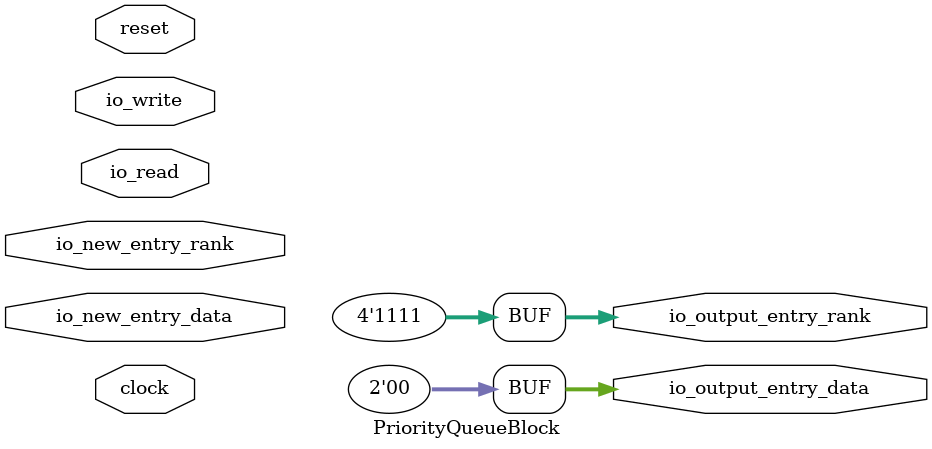
<source format=sv>
module PriorityQueueBlock(	// src/main/scala/SystolicArray/SystolicArrayPQ.scala:78:7
  input        clock,	// src/main/scala/SystolicArray/SystolicArrayPQ.scala:78:7
               reset,	// src/main/scala/SystolicArray/SystolicArrayPQ.scala:78:7
               io_read,	// src/main/scala/SystolicArray/SystolicArrayPQ.scala:84:16
               io_write,	// src/main/scala/SystolicArray/SystolicArrayPQ.scala:84:16
  input  [1:0] io_new_entry_data,	// src/main/scala/SystolicArray/SystolicArrayPQ.scala:84:16
  input  [3:0] io_new_entry_rank,	// src/main/scala/SystolicArray/SystolicArrayPQ.scala:84:16
  output [1:0] io_output_entry_data,	// src/main/scala/SystolicArray/SystolicArrayPQ.scala:84:16
  output [3:0] io_output_entry_rank	// src/main/scala/SystolicArray/SystolicArrayPQ.scala:84:16
);

  assign io_output_entry_data = 2'h0;	// src/main/scala/SystolicArray/SystolicArrayPQ.scala:78:7, :99:40
  assign io_output_entry_rank = 4'hF;	// src/main/scala/SystolicArray/SystolicArrayPQ.scala:78:7, :99:40
endmodule


</source>
